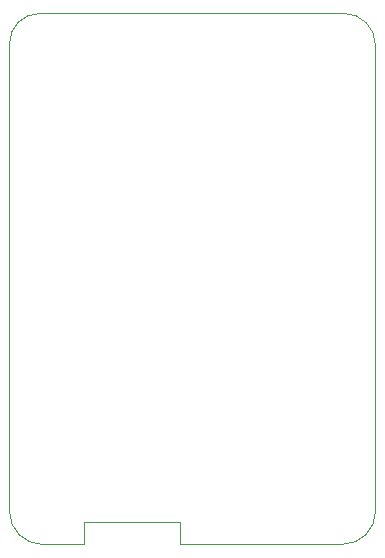
<source format=gbr>
%TF.GenerationSoftware,KiCad,Pcbnew,(5.1.8)-1*%
%TF.CreationDate,2021-06-05T10:25:27+02:00*%
%TF.ProjectId,trick-tracker,74726963-6b2d-4747-9261-636b65722e6b,rev?*%
%TF.SameCoordinates,Original*%
%TF.FileFunction,Profile,NP*%
%FSLAX46Y46*%
G04 Gerber Fmt 4.6, Leading zero omitted, Abs format (unit mm)*
G04 Created by KiCad (PCBNEW (5.1.8)-1) date 2021-06-05 10:25:27*
%MOMM*%
%LPD*%
G01*
G04 APERTURE LIST*
%TA.AperFunction,Profile*%
%ADD10C,0.050000*%
%TD*%
G04 APERTURE END LIST*
D10*
X161036000Y-134239000D02*
G75*
G02*
X158242000Y-137033000I-2794000J0D01*
G01*
X132842000Y-137033000D02*
G75*
G02*
X130048000Y-134239000I0J2794000D01*
G01*
X130048000Y-94615000D02*
G75*
G02*
X132588000Y-92075000I2540000J0D01*
G01*
X158369000Y-92075000D02*
G75*
G02*
X161036000Y-94742000I0J-2667000D01*
G01*
X136398000Y-135128000D02*
X136398000Y-137033000D01*
X144526000Y-135128000D02*
X144526000Y-137033000D01*
X136398000Y-137033000D02*
X132842000Y-137033000D01*
X144526000Y-137033000D02*
X144526000Y-137033000D01*
X144526000Y-137033000D02*
X144526000Y-137033000D01*
X144526000Y-135128000D02*
X136398000Y-135128000D01*
X130048000Y-117348000D02*
X130048000Y-94615000D01*
X130048000Y-123444000D02*
X130048000Y-117348000D01*
X161036000Y-94742000D02*
X161036000Y-134239000D01*
X130048000Y-134239000D02*
X130048000Y-123444000D01*
X158242000Y-137033000D02*
X144526000Y-137033000D01*
X132588000Y-92075000D02*
X158369000Y-92075000D01*
M02*

</source>
